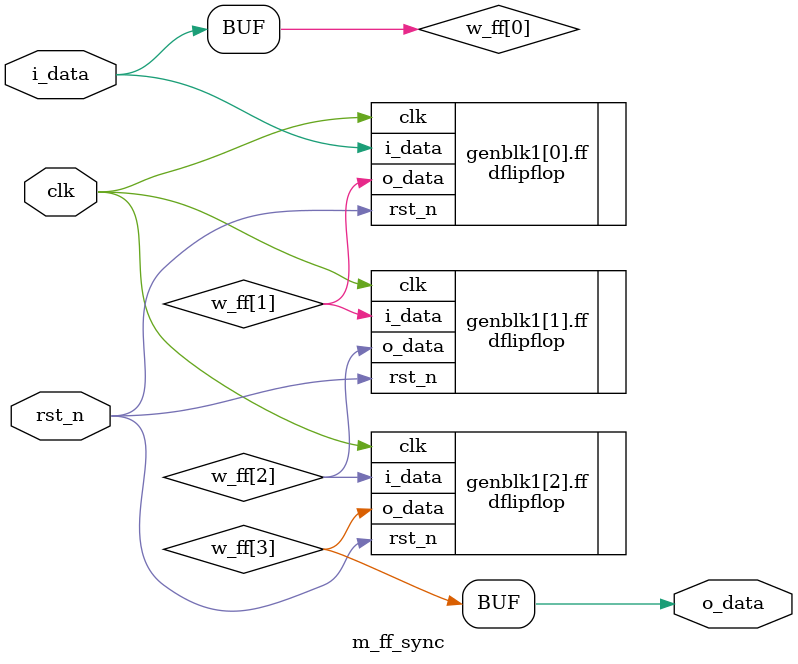
<source format=v>
module m_ff_sync #(parameter NUM_FF = 3) (
	input  clk   , // Clock
	input  rst_n , // Asynchronous reset active low
	input  i_data,
	output o_data
);

	(*ALLOW_COMBINATORIAL_LOOPS = "true" , dont_touch = "true" *) wire w_ff[NUM_FF:0];

	assign w_ff[0] = i_data ;
	assign o_data  = w_ff [NUM_FF];

	genvar ii;
	// TO generate chain of N-stages of Flip-flop
	generate
		for ( ii = 0; ii < NUM_FF; ii=ii+1) begin
			dflipflop ff (
				.clk   (clk       ), // input 			clk   ,    // Clock
				.rst_n (rst_n     ), // input 			rst_n ,  // Asynchronous reset active low
				.i_data(w_ff[ii]  ), // input 			i_data,
				.o_data(w_ff[ii+1])  // output reg  o_data
			);
		end
	endgenerate

endmodule // m_ff_sync
</source>
